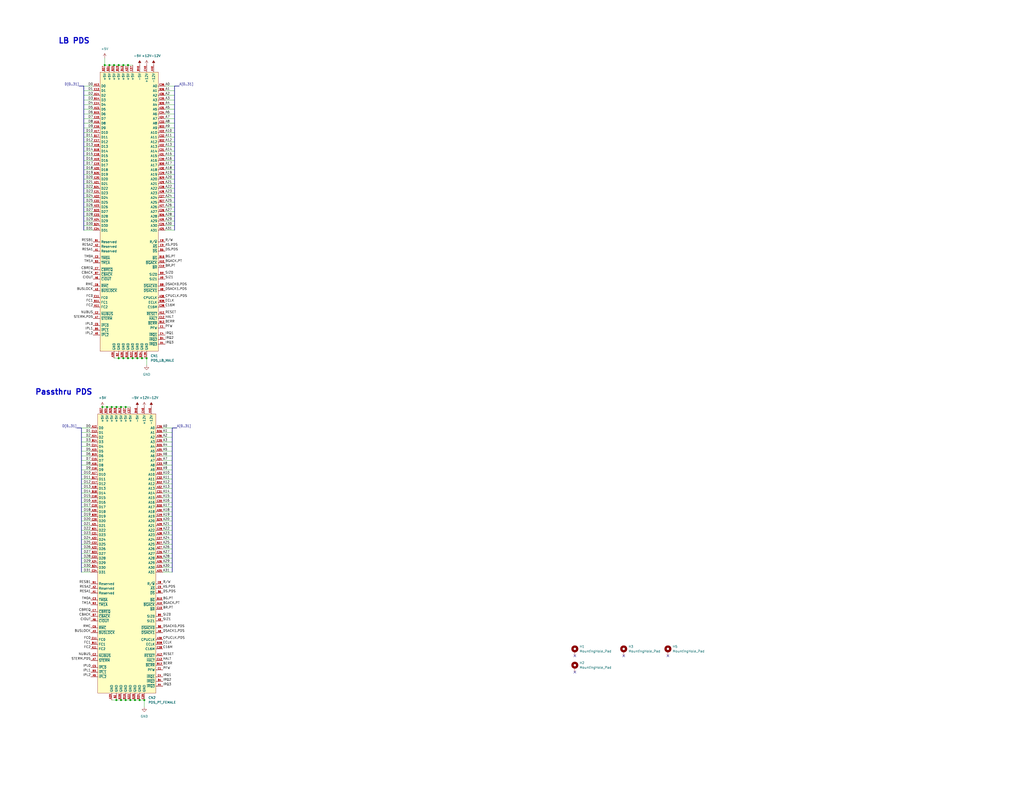
<source format=kicad_sch>
(kicad_sch (version 20231120) (generator "eeschema") (generator_version "8.0")
  (paper "C")
  (title_block (title " Booster 30-SE50F") (date "2024-01-04") (rev "v1") (company "Interware") (comment 1 "reversed by zigzagjoe/MD"))
  (lib_symbols
    (symbol "Interware Booster:SE30_PDS"
      (property "Reference" "J" (at 0 13.97 0))
      (property "Value" "Mac SE/30 PDS Interface" (at 0 11.43 0))
      (symbol "SE30_PDS_1_0"
        (pin unspecified line (at -20.32 -104.14 0) (length 3.81) (name "Reserved") (number "A1"))
        (pin input line (at 19.05 -110.49 180) (length 3.81) (name "~{BGACK}") (number "A10"))
        (pin output line (at -20.32 -134.62 0) (length 3.81) (name "FC2") (number "A11"))
        (pin output line (at 19.05 -138.43 180) (length 3.81) (name "~{RESET}") (number "A12"))
        (pin bidirectional line (at -20.32 -13.97 0) (length 3.81) (name "D0") (number "A13"))
        (pin bidirectional line (at -20.32 -19.05 0) (length 3.81) (name "D2") (number "A14"))
        (pin bidirectional line (at -20.32 -26.67 0) (length 3.81) (name "D5") (number "A15"))
        (pin bidirectional line (at -20.32 -34.29 0) (length 3.81) (name "D8") (number "A16"))
        (pin bidirectional line (at -20.32 -39.37 0) (length 3.81) (name "D10") (number "A17"))
        (pin bidirectional line (at -20.32 -46.99 0) (length 3.81) (name "D13") (number "A18"))
        (pin bidirectional line (at -20.32 -54.61 0) (length 3.81) (name "D16") (number "A19"))
        (pin unspecified line (at -20.32 -101.6 0) (length 3.81) (name "Reserved") (number "A2"))
        (pin bidirectional line (at -20.32 -59.69 0) (length 3.81) (name "D18") (number "A20"))
        (pin bidirectional line (at -20.32 -67.31 0) (length 3.81) (name "D21") (number "A21"))
        (pin bidirectional line (at -20.32 -74.93 0) (length 3.81) (name "D24") (number "A22"))
        (pin bidirectional line (at -20.32 -80.01 0) (length 3.81) (name "D26") (number "A23"))
        (pin bidirectional line (at -20.32 -87.63 0) (length 3.81) (name "D29") (number "A24"))
        (pin output line (at 19.05 -92.71 180) (length 3.81) (name "A31") (number "A25"))
        (pin output line (at 19.05 -87.63 180) (length 3.81) (name "A29") (number "A26"))
        (pin output line (at 19.05 -80.01 180) (length 3.81) (name "A26") (number "A27"))
        (pin output line (at 19.05 -72.39 180) (length 3.81) (name "A23") (number "A28"))
        (pin output line (at 19.05 -67.31 180) (length 3.81) (name "A21") (number "A29"))
        (pin output line (at -20.32 -125.73 0) (length 3.81) (name "~{BUSLOCK}") (number "A3"))
        (pin output line (at 19.05 -59.69 180) (length 3.81) (name "A18") (number "A30"))
        (pin output line (at 19.05 -52.07 180) (length 3.81) (name "A15") (number "A31"))
        (pin output line (at 19.05 -46.99 180) (length 3.81) (name "A13") (number "A32"))
        (pin output line (at 19.05 -39.37 180) (length 3.81) (name "A10") (number "A33"))
        (pin output line (at 19.05 -31.75 180) (length 3.81) (name "A7") (number "A34"))
        (pin output line (at 19.05 -26.67 180) (length 3.81) (name "A5") (number "A35"))
        (pin output line (at 19.05 -19.05 180) (length 3.81) (name "A2") (number "A36"))
        (pin power_out line (at -1.27 -2.54 270) (length 3.81) (name "+5V") (number "A37"))
        (pin output line (at 19.05 -129.54 180) (length 3.81) (name "CPUCLK") (number "A38"))
        (pin power_out line (at -8.89 -162.56 90) (length 3.81) (name "GND") (number "A39"))
        (pin input line (at 19.05 -154.94 180) (length 3.81) (name "~{IRQ3}") (number "A4"))
        (pin power_out line (at 12.7 -2.54 270) (length 3.81) (name "-12V") (number "A40"))
        (pin input line (at -20.32 -149.86 0) (length 3.81) (name "~{IPL2}") (number "A5"))
        (pin output line (at -20.32 -119.38 0) (length 3.81) (name "~{CIOUT}") (number "A6"))
        (pin input line (at -20.32 -140.97 0) (length 3.81) (name "~{STERM}") (number "A7"))
        (pin input line (at 19.05 -125.73 180) (length 3.81) (name "~{DSACK1}") (number "A8"))
        (pin output line (at 19.05 -119.38 180) (length 3.81) (name "SIZ1") (number "A9"))
        (pin unspecified line (at -20.32 -99.06 0) (length 3.81) (name "Reserved") (number "B1"))
        (pin output line (at 19.05 -107.95 180) (length 3.81) (name "~{BG}") (number "B10"))
        (pin output line (at -20.32 -132.08 0) (length 3.81) (name "FC1") (number "B11"))
        (pin input line (at 19.05 -143.51 180) (length 3.81) (name "~{BERR}") (number "B12"))
        (pin power_out line (at -3.81 -2.54 270) (length 3.81) (name "+5V") (number "B13"))
        (pin bidirectional line (at -20.32 -21.59 0) (length 3.81) (name "D3") (number "B14"))
        (pin bidirectional line (at -20.32 -29.21 0) (length 3.81) (name "D6") (number "B15"))
        (pin power_out line (at -1.27 -162.56 90) (length 3.81) (name "GND") (number "B16"))
        (pin bidirectional line (at -20.32 -41.91 0) (length 3.81) (name "D11") (number "B17"))
        (pin bidirectional line (at -20.32 -49.53 0) (length 3.81) (name "D14") (number "B18"))
        (pin power_out line (at -6.35 -2.54 270) (length 3.81) (name "+5V") (number "B19"))
        (pin power_out line (at -6.35 -162.56 90) (length 3.81) (name "GND") (number "B2"))
        (pin bidirectional line (at -20.32 -62.23 0) (length 3.81) (name "D19") (number "B20"))
        (pin bidirectional line (at -20.32 -69.85 0) (length 3.81) (name "D22") (number "B21"))
        (pin power_out line (at 1.27 -162.56 90) (length 3.81) (name "GND") (number "B22"))
        (pin bidirectional line (at -20.32 -82.55 0) (length 3.81) (name "D27") (number "B23"))
        (pin bidirectional line (at -20.32 -90.17 0) (length 3.81) (name "D30") (number "B24"))
        (pin power_out line (at -8.89 -2.54 270) (length 3.81) (name "+5V") (number "B25"))
        (pin output line (at 19.05 -85.09 180) (length 3.81) (name "A28") (number "B26"))
        (pin output line (at 19.05 -77.47 180) (length 3.81) (name "A25") (number "B27"))
        (pin power_out line (at 3.81 -162.56 90) (length 3.81) (name "GND") (number "B28"))
        (pin output line (at 19.05 -64.77 180) (length 3.81) (name "A20") (number "B29"))
        (pin input line (at -20.32 -110.49 0) (length 3.81) (name "~{TM1A}") (number "B3"))
        (pin output line (at 19.05 -57.15 180) (length 3.81) (name "A17") (number "B30"))
        (pin power_out line (at -11.43 -2.54 270) (length 3.81) (name "+5V") (number "B31"))
        (pin output line (at 19.05 -44.45 180) (length 3.81) (name "A12") (number "B32"))
        (pin output line (at 19.05 -36.83 180) (length 3.81) (name "A9") (number "B33"))
        (pin power_out line (at 6.35 -162.56 90) (length 3.81) (name "GND") (number "B34"))
        (pin output line (at 19.05 -24.13 180) (length 3.81) (name "A4") (number "B35"))
        (pin output line (at 19.05 -16.51 180) (length 3.81) (name "A1") (number "B36"))
        (pin power_out line (at -13.97 -2.54 270) (length 3.81) (name "+5V") (number "B37"))
        (pin output line (at 19.05 -132.08 180) (length 3.81) (name "ECLK") (number "B38"))
        (pin power_out line (at -3.81 -162.56 90) (length 3.81) (name "GND") (number "B39"))
        (pin input line (at 19.05 -152.4 180) (length 3.81) (name "~{IRQ2}") (number "B4"))
        (pin power_out line (at 5.08 -2.54 270) (length 3.81) (name "-5V") (number "B40"))
        (pin input line (at -20.32 -147.32 0) (length 3.81) (name "~{IPL1}") (number "B5"))
        (pin output line (at 19.05 -104.14 180) (length 3.81) (name "~{DS}") (number "B6"))
        (pin input line (at -20.32 -116.84 0) (length 3.81) (name "~{CBACK}") (number "B7"))
        (pin input line (at 19.05 -123.19 180) (length 3.81) (name "~{DSACK0}") (number "B8"))
        (pin output line (at 19.05 -116.84 180) (length 3.81) (name "SIZ0") (number "B9"))
        (pin output line (at 19.05 -146.05 180) (length 3.81) (name "PFW") (number "C1"))
        (pin input line (at 19.05 -113.03 180) (length 3.81) (name "~{BR}") (number "C10"))
        (pin output line (at -20.32 -129.54 0) (length 3.81) (name "FC0") (number "C11"))
        (pin output line (at 19.05 -140.97 180) (length 3.81) (name "~{HALT}") (number "C12"))
        (pin bidirectional line (at -20.32 -16.51 0) (length 3.81) (name "D1") (number "C13"))
        (pin bidirectional line (at -20.32 -24.13 0) (length 3.81) (name "D4") (number "C14"))
        (pin bidirectional line (at -20.32 -31.75 0) (length 3.81) (name "D7") (number "C15"))
        (pin bidirectional line (at -20.32 -36.83 0) (length 3.81) (name "D9") (number "C16"))
        (pin bidirectional line (at -20.32 -44.45 0) (length 3.81) (name "D12") (number "C17"))
        (pin bidirectional line (at -20.32 -52.07 0) (length 3.81) (name "D15") (number "C18"))
        (pin bidirectional line (at -20.32 -57.15 0) (length 3.81) (name "D17") (number "C19"))
        (pin output line (at -20.32 -138.43 0) (length 3.81) (name "~{NUBUS}") (number "C2"))
        (pin bidirectional line (at -20.32 -64.77 0) (length 3.81) (name "D20") (number "C20"))
        (pin bidirectional line (at -20.32 -72.39 0) (length 3.81) (name "D23") (number "C21"))
        (pin bidirectional line (at -20.32 -77.47 0) (length 3.81) (name "D25") (number "C22"))
        (pin bidirectional line (at -20.32 -85.09 0) (length 3.81) (name "D28") (number "C23"))
        (pin bidirectional line (at -20.32 -92.71 0) (length 3.81) (name "D31") (number "C24"))
        (pin output line (at 19.05 -90.17 180) (length 3.81) (name "A30") (number "C25"))
        (pin output line (at 19.05 -82.55 180) (length 3.81) (name "A27") (number "C26"))
        (pin output line (at 19.05 -74.93 180) (length 3.81) (name "A24") (number "C27"))
        (pin output line (at 19.05 -69.85 180) (length 3.81) (name "A22") (number "C28"))
        (pin output line (at 19.05 -62.23 180) (length 3.81) (name "A19") (number "C29"))
        (pin input line (at -20.32 -107.95 0) (length 3.81) (name "~{TM0A}") (number "C3"))
        (pin output line (at 19.05 -54.61 180) (length 3.81) (name "A16") (number "C30"))
        (pin output line (at 19.05 -49.53 180) (length 3.81) (name "A14") (number "C31"))
        (pin output line (at 19.05 -41.91 180) (length 3.81) (name "A11") (number "C32"))
        (pin output line (at 19.05 -34.29 180) (length 3.81) (name "A8") (number "C33"))
        (pin output line (at 19.05 -29.21 180) (length 3.81) (name "A6") (number "C34"))
        (pin output line (at 19.05 -21.59 180) (length 3.81) (name "A3") (number "C35"))
        (pin output line (at 19.05 -13.97 180) (length 3.81) (name "A0") (number "C36"))
        (pin power_out line (at 1.27 -2.54 270) (length 3.81) (name "+5V") (number "C37"))
        (pin output line (at 19.05 -134.62 180) (length 3.81) (name "C16M") (number "C38"))
        (pin power_out line (at 8.89 -162.56 90) (length 3.81) (name "GND") (number "C39"))
        (pin input line (at 19.05 -149.86 180) (length 3.81) (name "~{IRQ1}") (number "C4"))
        (pin power_out line (at 8.89 -2.54 270) (length 3.81) (name "+12V") (number "C40"))
        (pin input line (at -20.32 -144.78 0) (length 3.81) (name "~{IPL0}") (number "C5"))
        (pin output line (at -20.32 -123.19 0) (length 3.81) (name "~{RMC}") (number "C6"))
        (pin output line (at -20.32 -114.3 0) (length 3.81) (name "~{CBREQ}") (number "C7"))
        (pin output line (at 19.05 -99.06 180) (length 3.81) (name "R/~{W}") (number "C8"))
        (pin output line (at 19.05 -101.6 180) (length 3.81) (name "~{AS}") (number "C9"))
      )
      (symbol "SE30_PDS_1_1"
        (rectangle (start -16.51 -6.35) (end 15.24 -158.75) (fill (type background)))
      )
    )
    (symbol "Mechanical:MountingHole_Pad" (pin_numbers hide) (pin_names (offset 1.016) hide)
      (property "Reference" "H" (at 0 6.35 0))
      (property "Value" "MountingHole_Pad" (at 0 4.445 0))
      (symbol "MountingHole_Pad_0_1"
        (circle (center 0 1.27) (radius 1.27) (stroke (width 1.27)))
      )
      (symbol "MountingHole_Pad_1_1"
        (pin input line (at 0 -2.54 90) (length 2.54) (name "1") (number "1"))
      )
    )
    (symbol "SE30_PDS_1"
      (property "Reference" "J" (at 0 13.97 0))
      (property "Value" "Mac SE/30 PDS Interface" (at 0 11.43 0))
      (symbol "SE30_PDS_1_1_0"
        (pin unspecified line (at -20.32 -104.14 0) (length 3.81) (name "Reserved") (number "A1"))
        (pin input line (at 19.05 -110.49 180) (length 3.81) (name "~{BGACK}") (number "A10"))
        (pin output line (at -20.32 -134.62 0) (length 3.81) (name "FC2") (number "A11"))
        (pin output line (at 19.05 -138.43 180) (length 3.81) (name "~{RESET}") (number "A12"))
        (pin bidirectional line (at -20.32 -13.97 0) (length 3.81) (name "D0") (number "A13"))
        (pin bidirectional line (at -20.32 -19.05 0) (length 3.81) (name "D2") (number "A14"))
        (pin bidirectional line (at -20.32 -26.67 0) (length 3.81) (name "D5") (number "A15"))
        (pin bidirectional line (at -20.32 -34.29 0) (length 3.81) (name "D8") (number "A16"))
        (pin bidirectional line (at -20.32 -39.37 0) (length 3.81) (name "D10") (number "A17"))
        (pin bidirectional line (at -20.32 -46.99 0) (length 3.81) (name "D13") (number "A18"))
        (pin bidirectional line (at -20.32 -54.61 0) (length 3.81) (name "D16") (number "A19"))
        (pin unspecified line (at -20.32 -101.6 0) (length 3.81) (name "Reserved") (number "A2"))
        (pin bidirectional line (at -20.32 -59.69 0) (length 3.81) (name "D18") (number "A20"))
        (pin bidirectional line (at -20.32 -67.31 0) (length 3.81) (name "D21") (number "A21"))
        (pin bidirectional line (at -20.32 -74.93 0) (length 3.81) (name "D24") (number "A22"))
        (pin bidirectional line (at -20.32 -80.01 0) (length 3.81) (name "D26") (number "A23"))
        (pin bidirectional line (at -20.32 -87.63 0) (length 3.81) (name "D29") (number "A24"))
        (pin output line (at 19.05 -92.71 180) (length 3.81) (name "A31") (number "A25"))
        (pin output line (at 19.05 -87.63 180) (length 3.81) (name "A29") (number "A26"))
        (pin output line (at 19.05 -80.01 180) (length 3.81) (name "A26") (number "A27"))
        (pin output line (at 19.05 -72.39 180) (length 3.81) (name "A23") (number "A28"))
        (pin output line (at 19.05 -67.31 180) (length 3.81) (name "A21") (number "A29"))
        (pin output line (at -20.32 -125.73 0) (length 3.81) (name "~{BUSLOCK}") (number "A3"))
        (pin output line (at 19.05 -59.69 180) (length 3.81) (name "A18") (number "A30"))
        (pin output line (at 19.05 -52.07 180) (length 3.81) (name "A15") (number "A31"))
        (pin output line (at 19.05 -46.99 180) (length 3.81) (name "A13") (number "A32"))
        (pin output line (at 19.05 -39.37 180) (length 3.81) (name "A10") (number "A33"))
        (pin output line (at 19.05 -31.75 180) (length 3.81) (name "A7") (number "A34"))
        (pin output line (at 19.05 -26.67 180) (length 3.81) (name "A5") (number "A35"))
        (pin output line (at 19.05 -19.05 180) (length 3.81) (name "A2") (number "A36"))
        (pin power_out line (at -1.27 -2.54 270) (length 3.81) (name "+5V") (number "A37"))
        (pin output line (at 19.05 -129.54 180) (length 3.81) (name "CPUCLK") (number "A38"))
        (pin power_out line (at -8.89 -162.56 90) (length 3.81) (name "GND") (number "A39"))
        (pin input line (at 19.05 -154.94 180) (length 3.81) (name "~{IRQ3}") (number "A4"))
        (pin power_out line (at 12.7 -2.54 270) (length 3.81) (name "-12V") (number "A40"))
        (pin input line (at -20.32 -149.86 0) (length 3.81) (name "~{IPL2}") (number "A5"))
        (pin output line (at -20.32 -119.38 0) (length 3.81) (name "~{CIOUT}") (number "A6"))
        (pin input line (at -20.32 -140.97 0) (length 3.81) (name "~{STERM}") (number "A7"))
        (pin input line (at 19.05 -125.73 180) (length 3.81) (name "~{DSACK1}") (number "A8"))
        (pin output line (at 19.05 -119.38 180) (length 3.81) (name "SIZ1") (number "A9"))
        (pin unspecified line (at -20.32 -99.06 0) (length 3.81) (name "Reserved") (number "B1"))
        (pin output line (at 19.05 -107.95 180) (length 3.81) (name "~{BG}") (number "B10"))
        (pin output line (at -20.32 -132.08 0) (length 3.81) (name "FC1") (number "B11"))
        (pin input line (at 19.05 -143.51 180) (length 3.81) (name "~{BERR}") (number "B12"))
        (pin power_out line (at -3.81 -2.54 270) (length 3.81) (name "+5V") (number "B13"))
        (pin bidirectional line (at -20.32 -21.59 0) (length 3.81) (name "D3") (number "B14"))
        (pin bidirectional line (at -20.32 -29.21 0) (length 3.81) (name "D6") (number "B15"))
        (pin power_out line (at -1.27 -162.56 90) (length 3.81) (name "GND") (number "B16"))
        (pin bidirectional line (at -20.32 -41.91 0) (length 3.81) (name "D11") (number "B17"))
        (pin bidirectional line (at -20.32 -49.53 0) (length 3.81) (name "D14") (number "B18"))
        (pin power_out line (at -6.35 -2.54 270) (length 3.81) (name "+5V") (number "B19"))
        (pin power_out line (at -6.35 -162.56 90) (length 3.81) (name "GND") (number "B2"))
        (pin bidirectional line (at -20.32 -62.23 0) (length 3.81) (name "D19") (number "B20"))
        (pin bidirectional line (at -20.32 -69.85 0) (length 3.81) (name "D22") (number "B21"))
        (pin power_out line (at 1.27 -162.56 90) (length 3.81) (name "GND") (number "B22"))
        (pin bidirectional line (at -20.32 -82.55 0) (length 3.81) (name "D27") (number "B23"))
        (pin bidirectional line (at -20.32 -90.17 0) (length 3.81) (name "D30") (number "B24"))
        (pin power_out line (at -8.89 -2.54 270) (length 3.81) (name "+5V") (number "B25"))
        (pin output line (at 19.05 -85.09 180) (length 3.81) (name "A28") (number "B26"))
        (pin output line (at 19.05 -77.47 180) (length 3.81) (name "A25") (number "B27"))
        (pin power_out line (at 3.81 -162.56 90) (length 3.81) (name "GND") (number "B28"))
        (pin output line (at 19.05 -64.77 180) (length 3.81) (name "A20") (number "B29"))
        (pin input line (at -20.32 -110.49 0) (length 3.81) (name "~{TM1A}") (number "B3"))
        (pin output line (at 19.05 -57.15 180) (length 3.81) (name "A17") (number "B30"))
        (pin power_out line (at -11.43 -2.54 270) (length 3.81) (name "+5V") (number "B31"))
        (pin output line (at 19.05 -44.45 180) (length 3.81) (name "A12") (number "B32"))
        (pin output line (at 19.05 -36.83 180) (length 3.81) (name "A9") (number "B33"))
        (pin power_out line (at 6.35 -162.56 90) (length 3.81) (name "GND") (number "B34"))
        (pin output line (at 19.05 -24.13 180) (length 3.81) (name "A4") (number "B35"))
        (pin output line (at 19.05 -16.51 180) (length 3.81) (name "A1") (number "B36"))
        (pin power_out line (at -13.97 -2.54 270) (length 3.81) (name "+5V") (number "B37"))
        (pin output line (at 19.05 -132.08 180) (length 3.81) (name "ECLK") (number "B38"))
        (pin power_out line (at -3.81 -162.56 90) (length 3.81) (name "GND") (number "B39"))
        (pin input line (at 19.05 -152.4 180) (length 3.81) (name "~{IRQ2}") (number "B4"))
        (pin power_out line (at 5.08 -2.54 270) (length 3.81) (name "-5V") (number "B40"))
        (pin input line (at -20.32 -147.32 0) (length 3.81) (name "~{IPL1}") (number "B5"))
        (pin output line (at 19.05 -104.14 180) (length 3.81) (name "~{DS}") (number "B6"))
        (pin input line (at -20.32 -116.84 0) (length 3.81) (name "~{CBACK}") (number "B7"))
        (pin input line (at 19.05 -123.19 180) (length 3.81) (name "~{DSACK0}") (number "B8"))
        (pin output line (at 19.05 -116.84 180) (length 3.81) (name "SIZ0") (number "B9"))
        (pin output line (at 19.05 -146.05 180) (length 3.81) (name "PFW") (number "C1"))
        (pin input line (at 19.05 -113.03 180) (length 3.81) (name "~{BR}") (number "C10"))
        (pin output line (at -20.32 -129.54 0) (length 3.81) (name "FC0") (number "C11"))
        (pin output line (at 19.05 -140.97 180) (length 3.81) (name "~{HALT}") (number "C12"))
        (pin bidirectional line (at -20.32 -16.51 0) (length 3.81) (name "D1") (number "C13"))
        (pin bidirectional line (at -20.32 -24.13 0) (length 3.81) (name "D4") (number "C14"))
        (pin bidirectional line (at -20.32 -31.75 0) (length 3.81) (name "D7") (number "C15"))
        (pin bidirectional line (at -20.32 -36.83 0) (length 3.81) (name "D9") (number "C16"))
        (pin bidirectional line (at -20.32 -44.45 0) (length 3.81) (name "D12") (number "C17"))
        (pin bidirectional line (at -20.32 -52.07 0) (length 3.81) (name "D15") (number "C18"))
        (pin bidirectional line (at -20.32 -57.15 0) (length 3.81) (name "D17") (number "C19"))
        (pin output line (at -20.32 -138.43 0) (length 3.81) (name "~{NUBUS}") (number "C2"))
        (pin bidirectional line (at -20.32 -64.77 0) (length 3.81) (name "D20") (number "C20"))
        (pin bidirectional line (at -20.32 -72.39 0) (length 3.81) (name "D23") (number "C21"))
        (pin bidirectional line (at -20.32 -77.47 0) (length 3.81) (name "D25") (number "C22"))
        (pin bidirectional line (at -20.32 -85.09 0) (length 3.81) (name "D28") (number "C23"))
        (pin bidirectional line (at -20.32 -92.71 0) (length 3.81) (name "D31") (number "C24"))
        (pin output line (at 19.05 -90.17 180) (length 3.81) (name "A30") (number "C25"))
        (pin output line (at 19.05 -82.55 180) (length 3.81) (name "A27") (number "C26"))
        (pin output line (at 19.05 -74.93 180) (length 3.81) (name "A24") (number "C27"))
        (pin output line (at 19.05 -69.85 180) (length 3.81) (name "A22") (number "C28"))
        (pin output line (at 19.05 -62.23 180) (length 3.81) (name "A19") (number "C29"))
        (pin input line (at -20.32 -107.95 0) (length 3.81) (name "~{TM0A}") (number "C3"))
        (pin output line (at 19.05 -54.61 180) (length 3.81) (name "A16") (number "C30"))
        (pin output line (at 19.05 -49.53 180) (length 3.81) (name "A14") (number "C31"))
        (pin output line (at 19.05 -41.91 180) (length 3.81) (name "A11") (number "C32"))
        (pin output line (at 19.05 -34.29 180) (length 3.81) (name "A8") (number "C33"))
        (pin output line (at 19.05 -29.21 180) (length 3.81) (name "A6") (number "C34"))
        (pin output line (at 19.05 -21.59 180) (length 3.81) (name "A3") (number "C35"))
        (pin output line (at 19.05 -13.97 180) (length 3.81) (name "A0") (number "C36"))
        (pin power_out line (at 1.27 -2.54 270) (length 3.81) (name "+5V") (number "C37"))
        (pin output line (at 19.05 -134.62 180) (length 3.81) (name "C16M") (number "C38"))
        (pin power_out line (at 8.89 -162.56 90) (length 3.81) (name "GND") (number "C39"))
        (pin input line (at 19.05 -149.86 180) (length 3.81) (name "~{IRQ1}") (number "C4"))
        (pin power_out line (at 8.89 -2.54 270) (length 3.81) (name "+12V") (number "C40"))
        (pin input line (at -20.32 -144.78 0) (length 3.81) (name "~{IPL0}") (number "C5"))
        (pin output line (at -20.32 -123.19 0) (length 3.81) (name "~{RMC}") (number "C6"))
        (pin output line (at -20.32 -114.3 0) (length 3.81) (name "~{CBREQ}") (number "C7"))
        (pin output line (at 19.05 -99.06 180) (length 3.81) (name "R/~{W}") (number "C8"))
        (pin output line (at 19.05 -101.6 180) (length 3.81) (name "~{AS}") (number "C9"))
      )
      (symbol "SE30_PDS_1_1_1"
        (rectangle (start -16.51 -6.35) (end 15.24 -158.75) (fill (type background)))
      )
    )
    (symbol "power:+12V" (power) (pin_names (offset 0))
      (property "Value" "+12V" (at 0 3.556 0))
      (symbol "+12V_0_1"
        (polyline (pts (xy -0.762 1.27) (xy 0 2.54)))
        (polyline (pts (xy 0 0) (xy 0 2.54)))
        (polyline (pts (xy 0 2.54) (xy 0.762 1.27)))
      )
      (symbol "+12V_1_1"
        (pin power_in line (at 0 0 90) (length 0) hide (name "+12V") (number "1"))
      )
    )
    (symbol "power:+5V" (power) (pin_names (offset 0))
      (property "Value" "+5V" (at 0 3.556 0))
      (symbol "+5V_0_1"
        (polyline (pts (xy -0.762 1.27) (xy 0 2.54)))
        (polyline (pts (xy 0 0) (xy 0 2.54)))
        (polyline (pts (xy 0 2.54) (xy 0.762 1.27)))
      )
      (symbol "+5V_1_1"
        (pin power_in line (at 0 0 90) (length 0) hide (name "+5V") (number "1"))
      )
    )
    (symbol "power:-12V" (power) (pin_names (offset 0))
      (property "Value" "-12V" (at 0 3.81 0))
      (symbol "-12V_0_0"
        (pin power_in line (at 0 0 90) (length 0) hide (name "-12V") (number "1"))
      )
      (symbol "-12V_0_1"
        (polyline (pts (xy 0 0) (xy 0 1.27) (xy 0.762 1.27) (xy 0 2.54) (xy -0.762 1.27) (xy 0 1.27)) (fill (type outline)))
      )
    )
    (symbol "power:-5V" (power) (pin_names (offset 0))
      (property "Value" "-5V" (at 0 3.81 0))
      (symbol "-5V_0_0"
        (pin power_in line (at 0 0 90) (length 0) hide (name "-5V") (number "1"))
      )
      (symbol "-5V_0_1"
        (polyline (pts (xy 0 0) (xy 0 1.27) (xy 0.762 1.27) (xy 0 2.54) (xy -0.762 1.27) (xy 0 1.27)) (fill (type outline)))
      )
    )
    (symbol "power:GND" (power) (pin_names (offset 0))
      (property "Value" "GND" (at 0 -3.81 0))
      (symbol "GND_0_1"
        (polyline (pts (xy 0 0) (xy 0 -1.27) (xy 1.27 -1.27) (xy 0 -2.54) (xy -1.27 -1.27) (xy 0 -1.27)))
      )
      (symbol "GND_1_1"
        (pin power_in line (at 0 0 270) (length 0) hide (name "GND") (number "1"))
      )
    )
  )
  (junction (at 59.69 35.56))
  (junction (at 71.12 382.27))
  (junction (at 67.31 35.56))
  (junction (at 58.42 222.25))
  (junction (at 77.47 195.58))
  (junction (at 69.85 35.56))
  (junction (at 80.01 195.58))
  (junction (at 63.5 222.25))
  (junction (at 68.58 382.27))
  (junction (at 67.31 195.58))
  (junction (at 78.74 382.27))
  (junction (at 68.58 222.25))
  (junction (at 60.96 222.25))
  (junction (at 64.77 195.58))
  (junction (at 66.04 222.25))
  (junction (at 63.5 382.27))
  (junction (at 73.66 382.27))
  (junction (at 62.23 35.56))
  (junction (at 76.2 382.27))
  (junction (at 72.39 195.58))
  (junction (at 74.93 195.58))
  (junction (at 57.15 35.56))
  (junction (at 64.77 35.56))
  (junction (at 66.04 382.27))
  (junction (at 55.88 222.25))
  (junction (at 69.85 195.58))
  (no_connect (at 313.69 367.03))
  (no_connect (at 313.69 358.14))
  (no_connect (at 364.49 358.14))
  (no_connect (at 340.36 358.14))
  (wire (pts (xy 62.23 195.58) (xy 64.77 195.58)))
  (wire (pts (xy 93.98 287.02) (xy 88.9 287.02)))
  (wire (pts (xy 93.98 309.88) (xy 88.9 309.88)))
  (bus (pts (xy 45.72 125.73) (xy 45.72 46.99)))
  (wire (pts (xy 95.25 115.57) (xy 90.17 115.57)))
  (wire (pts (xy 49.53 261.62) (xy 44.45 261.62)))
  (wire (pts (xy 50.8 107.95) (xy 45.72 107.95)))
  (wire (pts (xy 50.8 87.63) (xy 45.72 87.63)))
  (wire (pts (xy 93.98 289.56) (xy 88.9 289.56)))
  (wire (pts (xy 76.2 382.27) (xy 78.74 382.27)))
  (wire (pts (xy 62.23 35.56) (xy 59.69 35.56)))
  (wire (pts (xy 50.8 105.41) (xy 45.72 105.41)))
  (wire (pts (xy 49.53 284.48) (xy 44.45 284.48)))
  (wire (pts (xy 50.8 49.53) (xy 45.72 49.53)))
  (wire (pts (xy 59.69 35.56) (xy 57.15 35.56)))
  (wire (pts (xy 50.8 62.23) (xy 45.72 62.23)))
  (wire (pts (xy 49.53 254) (xy 44.45 254)))
  (wire (pts (xy 49.53 297.18) (xy 44.45 297.18)))
  (wire (pts (xy 49.53 276.86) (xy 44.45 276.86)))
  (wire (pts (xy 95.25 77.47) (xy 90.17 77.47)))
  (wire (pts (xy 49.53 241.3) (xy 44.45 241.3)))
  (wire (pts (xy 69.85 195.58) (xy 72.39 195.58)))
  (wire (pts (xy 63.5 222.25) (xy 60.96 222.25)))
  (wire (pts (xy 93.98 264.16) (xy 88.9 264.16)))
  (wire (pts (xy 95.25 57.15) (xy 90.17 57.15)))
  (wire (pts (xy 95.25 95.25) (xy 90.17 95.25)))
  (wire (pts (xy 93.98 236.22) (xy 88.9 236.22)))
  (wire (pts (xy 95.25 120.65) (xy 90.17 120.65)))
  (wire (pts (xy 95.25 102.87) (xy 90.17 102.87)))
  (wire (pts (xy 49.53 271.78) (xy 44.45 271.78)))
  (wire (pts (xy 93.98 307.34) (xy 88.9 307.34)))
  (wire (pts (xy 93.98 233.68) (xy 88.9 233.68)))
  (wire (pts (xy 49.53 279.4) (xy 44.45 279.4)))
  (wire (pts (xy 93.98 276.86) (xy 88.9 276.86)))
  (wire (pts (xy 77.47 195.58) (xy 80.01 195.58)))
  (wire (pts (xy 93.98 254) (xy 88.9 254)))
  (wire (pts (xy 66.04 222.25) (xy 63.5 222.25)))
  (wire (pts (xy 93.98 238.76) (xy 88.9 238.76)))
  (wire (pts (xy 93.98 297.18) (xy 88.9 297.18)))
  (wire (pts (xy 67.31 195.58) (xy 69.85 195.58)))
  (wire (pts (xy 50.8 100.33) (xy 45.72 100.33)))
  (wire (pts (xy 49.53 251.46) (xy 44.45 251.46)))
  (wire (pts (xy 95.25 64.77) (xy 90.17 64.77)))
  (wire (pts (xy 50.8 69.85) (xy 45.72 69.85)))
  (wire (pts (xy 95.25 92.71) (xy 90.17 92.71)))
  (wire (pts (xy 93.98 248.92) (xy 88.9 248.92)))
  (wire (pts (xy 95.25 52.07) (xy 90.17 52.07)))
  (wire (pts (xy 49.53 259.08) (xy 44.45 259.08)))
  (wire (pts (xy 49.53 248.92) (xy 44.45 248.92)))
  (wire (pts (xy 49.53 289.56) (xy 44.45 289.56)))
  (bus (pts (xy 45.72 46.99) (xy 43.18 46.99)))
  (wire (pts (xy 93.98 269.24) (xy 88.9 269.24)))
  (wire (pts (xy 49.53 299.72) (xy 44.45 299.72)))
  (wire (pts (xy 50.8 113.03) (xy 45.72 113.03)))
  (wire (pts (xy 58.42 222.25) (xy 55.88 222.25)))
  (wire (pts (xy 95.25 59.69) (xy 90.17 59.69)))
  (wire (pts (xy 95.25 113.03) (xy 90.17 113.03)))
  (wire (pts (xy 49.53 256.54) (xy 44.45 256.54)))
  (wire (pts (xy 93.98 284.48) (xy 88.9 284.48)))
  (wire (pts (xy 95.25 118.11) (xy 90.17 118.11)))
  (wire (pts (xy 49.53 243.84) (xy 44.45 243.84)))
  (wire (pts (xy 95.25 110.49) (xy 90.17 110.49)))
  (wire (pts (xy 67.31 35.56) (xy 64.77 35.56)))
  (wire (pts (xy 93.98 241.3) (xy 88.9 241.3)))
  (wire (pts (xy 50.8 125.73) (xy 45.72 125.73)))
  (wire (pts (xy 68.58 382.27) (xy 71.12 382.27)))
  (wire (pts (xy 95.25 105.41) (xy 90.17 105.41)))
  (wire (pts (xy 95.25 90.17) (xy 90.17 90.17)))
  (wire (pts (xy 50.8 64.77) (xy 45.72 64.77)))
  (wire (pts (xy 71.12 222.25) (xy 68.58 222.25)))
  (wire (pts (xy 93.98 281.94) (xy 88.9 281.94)))
  (wire (pts (xy 50.8 102.87) (xy 45.72 102.87)))
  (wire (pts (xy 60.96 382.27) (xy 63.5 382.27)))
  (wire (pts (xy 93.98 271.78) (xy 88.9 271.78)))
  (wire (pts (xy 50.8 90.17) (xy 45.72 90.17)))
  (wire (pts (xy 73.66 382.27) (xy 76.2 382.27)))
  (wire (pts (xy 49.53 236.22) (xy 44.45 236.22)))
  (wire (pts (xy 69.85 35.56) (xy 67.31 35.56)))
  (wire (pts (xy 95.25 82.55) (xy 90.17 82.55)))
  (wire (pts (xy 93.98 256.54) (xy 88.9 256.54)))
  (wire (pts (xy 93.98 294.64) (xy 88.9 294.64)))
  (wire (pts (xy 49.53 304.8) (xy 44.45 304.8)))
  (wire (pts (xy 50.8 80.01) (xy 45.72 80.01)))
  (wire (pts (xy 49.53 309.88) (xy 44.45 309.88)))
  (wire (pts (xy 49.53 274.32) (xy 44.45 274.32)))
  (wire (pts (xy 49.53 307.34) (xy 44.45 307.34)))
  (wire (pts (xy 49.53 287.02) (xy 44.45 287.02)))
  (wire (pts (xy 50.8 59.69) (xy 45.72 59.69)))
  (wire (pts (xy 50.8 54.61) (xy 45.72 54.61)))
  (wire (pts (xy 93.98 292.1) (xy 88.9 292.1)))
  (wire (pts (xy 95.25 54.61) (xy 90.17 54.61)))
  (wire (pts (xy 95.25 80.01) (xy 90.17 80.01)))
  (bus (pts (xy 95.25 125.73) (xy 95.25 46.99)))
  (wire (pts (xy 71.12 382.27) (xy 73.66 382.27)))
  (wire (pts (xy 72.39 35.56) (xy 69.85 35.56)))
  (wire (pts (xy 63.5 382.27) (xy 66.04 382.27)))
  (wire (pts (xy 66.04 382.27) (xy 68.58 382.27)))
  (wire (pts (xy 95.25 62.23) (xy 90.17 62.23)))
  (wire (pts (xy 80.01 195.58) (xy 80.01 199.39)))
  (wire (pts (xy 57.15 31.75) (xy 57.15 35.56)))
  (wire (pts (xy 93.98 279.4) (xy 88.9 279.4)))
  (wire (pts (xy 64.77 195.58) (xy 67.31 195.58)))
  (wire (pts (xy 95.25 49.53) (xy 90.17 49.53)))
  (wire (pts (xy 49.53 292.1) (xy 44.45 292.1)))
  (wire (pts (xy 49.53 246.38) (xy 44.45 246.38)))
  (wire (pts (xy 95.25 97.79) (xy 90.17 97.79)))
  (wire (pts (xy 50.8 115.57) (xy 45.72 115.57)))
  (wire (pts (xy 50.8 97.79) (xy 45.72 97.79)))
  (wire (pts (xy 49.53 302.26) (xy 44.45 302.26)))
  (wire (pts (xy 49.53 266.7) (xy 44.45 266.7)))
  (wire (pts (xy 95.25 69.85) (xy 90.17 69.85)))
  (wire (pts (xy 95.25 74.93) (xy 90.17 74.93)))
  (wire (pts (xy 49.53 294.64) (xy 44.45 294.64)))
  (bus (pts (xy 93.98 312.42) (xy 93.98 233.68)))
  (bus (pts (xy 44.45 312.42) (xy 44.45 233.68)))
  (wire (pts (xy 72.39 195.58) (xy 74.93 195.58)))
  (bus (pts (xy 97.79 46.99) (xy 95.25 46.99)))
  (wire (pts (xy 95.25 85.09) (xy 90.17 85.09)))
  (wire (pts (xy 93.98 274.32) (xy 88.9 274.32)))
  (wire (pts (xy 93.98 261.62) (xy 88.9 261.62)))
  (wire (pts (xy 93.98 299.72) (xy 88.9 299.72)))
  (wire (pts (xy 50.8 72.39) (xy 45.72 72.39)))
  (wire (pts (xy 95.25 123.19) (xy 90.17 123.19)))
  (wire (pts (xy 49.53 269.24) (xy 44.45 269.24)))
  (bus (pts (xy 96.52 233.68) (xy 93.98 233.68)))
  (wire (pts (xy 50.8 95.25) (xy 45.72 95.25)))
  (wire (pts (xy 78.74 382.27) (xy 78.74 386.08)))
  (wire (pts (xy 50.8 120.65) (xy 45.72 120.65)))
  (bus (pts (xy 44.45 233.68) (xy 41.91 233.68)))
  (wire (pts (xy 93.98 266.7) (xy 88.9 266.7)))
  (wire (pts (xy 95.25 72.39) (xy 90.17 72.39)))
  (wire (pts (xy 95.25 46.99) (xy 90.17 46.99)))
  (wire (pts (xy 93.98 259.08) (xy 88.9 259.08)))
  (wire (pts (xy 95.25 107.95) (xy 90.17 107.95)))
  (wire (pts (xy 50.8 92.71) (xy 45.72 92.71)))
  (wire (pts (xy 93.98 251.46) (xy 88.9 251.46)))
  (wire (pts (xy 49.53 238.76) (xy 44.45 238.76)))
  (wire (pts (xy 95.25 67.31) (xy 90.17 67.31)))
  (wire (pts (xy 64.77 35.56) (xy 62.23 35.56)))
  (wire (pts (xy 93.98 302.26) (xy 88.9 302.26)))
  (wire (pts (xy 74.93 195.58) (xy 77.47 195.58)))
  (wire (pts (xy 50.8 57.15) (xy 45.72 57.15)))
  (wire (pts (xy 50.8 46.99) (xy 45.72 46.99)))
  (wire (pts (xy 93.98 304.8) (xy 88.9 304.8)))
  (wire (pts (xy 50.8 52.07) (xy 45.72 52.07)))
  (wire (pts (xy 50.8 85.09) (xy 45.72 85.09)))
  (wire (pts (xy 93.98 243.84) (xy 88.9 243.84)))
  (wire (pts (xy 49.53 312.42) (xy 44.45 312.42)))
  (wire (pts (xy 49.53 264.16) (xy 44.45 264.16)))
  (wire (pts (xy 50.8 118.11) (xy 45.72 118.11)))
  (wire (pts (xy 95.25 125.73) (xy 90.17 125.73)))
  (wire (pts (xy 50.8 74.93) (xy 45.72 74.93)))
  (wire (pts (xy 50.8 77.47) (xy 45.72 77.47)))
  (wire (pts (xy 49.53 233.68) (xy 44.45 233.68)))
  (wire (pts (xy 50.8 67.31) (xy 45.72 67.31)))
  (wire (pts (xy 50.8 123.19) (xy 45.72 123.19)))
  (wire (pts (xy 49.53 281.94) (xy 44.45 281.94)))
  (wire (pts (xy 68.58 222.25) (xy 66.04 222.25)))
  (wire (pts (xy 93.98 312.42) (xy 88.9 312.42)))
  (wire (pts (xy 50.8 110.49) (xy 45.72 110.49)))
  (wire (pts (xy 95.25 100.33) (xy 90.17 100.33)))
  (wire (pts (xy 60.96 222.25) (xy 58.42 222.25)))
  (wire (pts (xy 95.25 87.63) (xy 90.17 87.63)))
  (wire (pts (xy 93.98 246.38) (xy 88.9 246.38)))
  (wire (pts (xy 50.8 82.55) (xy 45.72 82.55)))
  (text "Passthru PDS" (at 19.05 215.9 0) (effects (font (size 3 3) (thickness 0.6) (bold yes)) (justify left bottom)))
  (text "LB PDS" (at 31.75 24.13 0) (effects (font (size 3 3) (thickness 0.6) (bold yes)) (justify left bottom)))
  (label "A26" (at 88.9 299.72 0))
  (label "A12" (at 88.9 264.16 0))
  (label "D7" (at 50.8 64.77 180))
  (label "A22" (at 88.9 289.56 0))
  (label "A16" (at 90.17 87.63 0))
  (label "A[0..31]" (at 97.79 46.99 0))
  (label "A19" (at 90.17 95.25 0))
  (label "D15" (at 49.53 271.78 180))
  (label "D29" (at 49.53 307.34 180))
  (label "IRQ3" (at 88.9 374.65 0))
  (label "BUSLOCK" (at 49.53 345.44 180))
  (label "D22" (at 49.53 289.56 180))
  (label "BERR" (at 88.9 363.22 0))
  (label "CBACK" (at 49.53 336.55 180))
  (label "A8" (at 88.9 254 0))
  (label "STERM.PDS" (at 50.8 173.99 180))
  (label "A[0..31]" (at 96.52 233.68 0))
  (label "A23" (at 88.9 292.1 0))
  (label "C16M" (at 90.17 167.64 0))
  (label "A29" (at 90.17 120.65 0))
  (label "FC2" (at 50.8 167.64 180))
  (label "D15" (at 50.8 85.09 180))
  (label "FC1" (at 49.53 351.79 180))
  (label "D4" (at 50.8 57.15 180))
  (label "BUSLOCK" (at 50.8 158.75 180))
  (label "RESET" (at 88.9 358.14 0))
  (label "BG.PT" (at 88.9 327.66 0))
  (label "A27" (at 90.17 115.57 0))
  (label "A1" (at 90.17 49.53 0))
  (label "D25" (at 50.8 110.49 180))
  (label "NUBUS" (at 49.53 358.14 180))
  (label "D23" (at 49.53 292.1 180))
  (label "A3" (at 90.17 54.61 0))
  (label "D21" (at 49.53 287.02 180))
  (label "HALT" (at 88.9 360.68 0))
  (label "D21" (at 50.8 100.33 180))
  (label "RESB1" (at 49.53 318.77 180))
  (label "SIZ0" (at 90.17 149.86 0))
  (label "A9" (at 88.9 256.54 0))
  (label "A13" (at 90.17 80.01 0))
  (label "FC1" (at 50.8 165.1 180))
  (label "D12" (at 50.8 77.47 180))
  (label "RMC" (at 49.53 342.9 180))
  (label "D10" (at 49.53 259.08 180))
  (label "A30" (at 88.9 309.88 0))
  (label "A31" (at 88.9 312.42 0))
  (label "IRQ1" (at 88.9 369.57 0))
  (label "D30" (at 49.53 309.88 180))
  (label "A0" (at 90.17 46.99 0))
  (label "A11" (at 88.9 261.62 0))
  (label "A6" (at 90.17 62.23 0))
  (label "IPL1" (at 50.8 180.34 180))
  (label "D20" (at 49.53 284.48 180))
  (label "A14" (at 90.17 82.55 0))
  (label "SIZ1" (at 90.17 152.4 0))
  (label "D14" (at 49.53 269.24 180))
  (label "A3" (at 88.9 241.3 0))
  (label "A6" (at 88.9 248.92 0))
  (label "IPL0" (at 50.8 177.8 180))
  (label "D9" (at 49.53 256.54 180))
  (label "D27" (at 50.8 115.57 180))
  (label "BR.PT" (at 90.17 146.05 0))
  (label "RESA2" (at 50.8 134.62 180))
  (label "DS.PDS" (at 90.17 137.16 0))
  (label "A13" (at 88.9 266.7 0))
  (label "A4" (at 90.17 57.15 0))
  (label "RESB1" (at 50.8 132.08 180))
  (label "D3" (at 49.53 241.3 180))
  (label "D13" (at 49.53 266.7 180))
  (label "AS.PDS" (at 90.17 134.62 0))
  (label "D6" (at 50.8 62.23 180))
  (label "A5" (at 90.17 59.69 0))
  (label "D24" (at 49.53 294.64 180))
  (label "IRQ2" (at 88.9 372.11 0))
  (label "A17" (at 90.17 90.17 0))
  (label "IPL2" (at 49.53 369.57 180))
  (label "IPL0" (at 49.53 364.49 180))
  (label "DS.PDS" (at 88.9 323.85 0))
  (label "DSACK0.PDS" (at 90.17 156.21 0))
  (label "TM0A" (at 49.53 327.66 180))
  (label "RESA1" (at 49.53 323.85 180))
  (label "RESA2" (at 49.53 321.31 180))
  (label "ECLK" (at 90.17 165.1 0))
  (label "IRQ2" (at 90.17 185.42 0))
  (label "DSACK0.PDS" (at 88.9 342.9 0))
  (label "IRQ1" (at 90.17 182.88 0))
  (label "A5" (at 88.9 246.38 0))
  (label "CBREQ" (at 50.8 147.32 180))
  (label "D18" (at 49.53 279.4 180))
  (label "A20" (at 88.9 284.48 0))
  (label "TM1A" (at 50.8 143.51 180))
  (label "A0" (at 88.9 233.68 0))
  (label "PFW" (at 90.17 179.07 0))
  (label "A2" (at 88.9 238.76 0))
  (label "IRQ3" (at 90.17 187.96 0))
  (label "D2" (at 49.53 238.76 180))
  (label "IPL1" (at 49.53 367.03 180))
  (label "D6" (at 49.53 248.92 180))
  (label "D7" (at 49.53 251.46 180))
  (label "A15" (at 88.9 271.78 0))
  (label "A2" (at 90.17 52.07 0))
  (label "CBACK" (at 50.8 149.86 180))
  (label "C16M" (at 88.9 354.33 0))
  (label "D12" (at 49.53 264.16 180))
  (label "BGACK.PT" (at 88.9 330.2 0))
  (label "A31" (at 90.17 125.73 0))
  (label "D14" (at 50.8 82.55 180))
  (label "FC0" (at 49.53 349.25 180))
  (label "D1" (at 50.8 49.53 180))
  (label "D9" (at 50.8 69.85 180))
  (label "D30" (at 50.8 123.19 180))
  (label "D25" (at 49.53 297.18 180))
  (label "DSACK1.PDS" (at 90.17 158.75 0))
  (label "AS.PDS" (at 88.9 321.31 0))
  (label "D11" (at 50.8 74.93 180))
  (label "D[0..31]" (at 43.18 46.99 180))
  (label "A7" (at 88.9 251.46 0))
  (label "A25" (at 90.17 110.49 0))
  (label "FC2" (at 49.53 354.33 180))
  (label "D4" (at 49.53 243.84 180))
  (label "D3" (at 50.8 54.61 180))
  (label "D31" (at 50.8 125.73 180))
  (label "DSACK1.PDS" (at 88.9 345.44 0))
  (label "PFW" (at 88.9 365.76 0))
  (label "A19" (at 88.9 281.94 0))
  (label "D16" (at 49.53 274.32 180))
  (label "BGACK.PT" (at 90.17 143.51 0))
  (label "A4" (at 88.9 243.84 0))
  (label "D31" (at 49.53 312.42 180))
  (label "D2" (at 50.8 52.07 180))
  (label "D0" (at 50.8 46.99 180))
  (label "D17" (at 49.53 276.86 180))
  (label "A28" (at 88.9 304.8 0))
  (label "D28" (at 50.8 118.11 180))
  (label "D16" (at 50.8 87.63 180))
  (label "D28" (at 49.53 304.8 180))
  (label "CPUCLK.PDS" (at 90.17 162.56 0))
  (label "D19" (at 49.53 281.94 180))
  (label "D19" (at 50.8 95.25 180))
  (label "A24" (at 90.17 107.95 0))
  (label "A29" (at 88.9 307.34 0))
  (label "D[0..31]" (at 41.91 233.68 180))
  (label "A12" (at 90.17 77.47 0))
  (label "A11" (at 90.17 74.93 0))
  (label "D26" (at 50.8 113.03 180))
  (label "D23" (at 50.8 105.41 180))
  (label "BG.PT" (at 90.17 140.97 0))
  (label "A20" (at 90.17 97.79 0))
  (label "RMC" (at 50.8 156.21 180))
  (label "A23" (at 90.17 105.41 0))
  (label "BERR" (at 90.17 176.53 0))
  (label "A18" (at 90.17 92.71 0))
  (label "CIOUT" (at 49.53 339.09 180))
  (label "D10" (at 50.8 72.39 180))
  (label "FC0" (at 50.8 162.56 180))
  (label "CIOUT" (at 50.8 152.4 180))
  (label "D20" (at 50.8 97.79 180))
  (label "D5" (at 49.53 246.38 180))
  (label "A21" (at 90.17 100.33 0))
  (label "A16" (at 88.9 274.32 0))
  (label "D0" (at 49.53 233.68 180))
  (label "A30" (at 90.17 123.19 0))
  (label "D22" (at 50.8 102.87 180))
  (label "D26" (at 49.53 299.72 180))
  (label "A22" (at 90.17 102.87 0))
  (label "A8" (at 90.17 67.31 0))
  (label "A26" (at 90.17 113.03 0))
  (label "NUBUS" (at 50.8 171.45 180))
  (label "A14" (at 88.9 269.24 0))
  (label "R{slash}W" (at 88.9 318.77 0))
  (label "CPUCLK.PDS" (at 88.9 349.25 0))
  (label "TM0A" (at 50.8 140.97 180))
  (label "D17" (at 50.8 90.17 180))
  (label "A21" (at 88.9 287.02 0))
  (label "D8" (at 50.8 67.31 180))
  (label "IPL2" (at 50.8 182.88 180))
  (label "D11" (at 49.53 261.62 180))
  (label "A25" (at 88.9 297.18 0))
  (label "RESET" (at 90.17 171.45 0))
  (label "D1" (at 49.53 236.22 180))
  (label "D8" (at 49.53 254 180))
  (label "A18" (at 88.9 279.4 0))
  (label "D27" (at 49.53 302.26 180))
  (label "A9" (at 90.17 69.85 0))
  (label "STERM.PDS" (at 49.53 360.68 180))
  (label "A27" (at 88.9 302.26 0))
  (label "CBREQ" (at 49.53 334.01 180))
  (label "A15" (at 90.17 85.09 0))
  (label "BR.PT" (at 88.9 332.74 0))
  (label "ECLK" (at 88.9 351.79 0))
  (label "HALT" (at 90.17 173.99 0))
  (label "D29" (at 50.8 120.65 180))
  (label "A10" (at 90.17 72.39 0))
  (label "SIZ0" (at 88.9 336.55 0))
  (label "TM1A" (at 49.53 330.2 180))
  (label "D13" (at 50.8 80.01 180))
  (label "A10" (at 88.9 259.08 0))
  (label "D24" (at 50.8 107.95 180))
  (label "A24" (at 88.9 294.64 0))
  (label "A28" (at 90.17 118.11 0))
  (label "R{slash}W" (at 90.17 132.08 0))
  (label "A7" (at 90.17 64.77 0))
  (label "A17" (at 88.9 276.86 0))
  (label "A1" (at 88.9 236.22 0))
  (label "D5" (at 50.8 59.69 180))
  (label "SIZ1" (at 88.9 339.09 0))
  (label "RESA1" (at 50.8 137.16 180))
  (label "D18" (at 50.8 92.71 180))
  (symbol (lib_id "power:GND") (at 78.74 386.08 0) (unit 1)
    (property "Reference" "#PWR026" (effects (hide yes)))
    (property "Value" "GND" (at 78.74 391.16 0))
  )
  (symbol (lib_name "SE30_PDS_1") (lib_id "Interware Booster:SE30_PDS") (at 71.12 33.02 0) (unit 1)
    (property "Reference" "CN1" (at 82.2041 194.31 0) (effects (justify left)))
    (property "Value" "PDS_LB_MALE" (at 82.2041 196.85 0) (effects (justify left)))
    (property "Footprint" "Interware Booster:IW_650949-5 RA MALE" (effects (hide yes)))
    (property "Datasheet" "https://www.te.com/commerce/DocumentDelivery/DDEController?Action=srchrtrv&DocNm=650906&DocType=Customer+Drawing&DocLang=English" (effects (hide yes)))
    (property "Digikey" "A1277-ND" (effects (hide yes)))
    (property "P/N" "650906-5" (effects (hide yes)))
  )
  (symbol (lib_id "power:-5V") (at 76.2 35.56 0) (unit 1)
    (property "Reference" "#PWR030" (effects (hide yes)))
    (property "Value" "-5V" (at 74.93 30.48 0))
  )
  (symbol (lib_id "Mechanical:MountingHole_Pad") (at 340.36 355.6 0) (unit 1) (in_bom no)
    (property "Reference" "H3" (at 342.9 353.06 0) (effects (justify left)))
    (property "Value" "MountingHole_Pad" (at 342.9 355.6 0) (effects (justify left)))
    (property "Footprint" "MountingHole:MountingHole_2.7mm_M2.5_DIN965_Pad" (effects (hide yes)))
    (property "P/N" "N/A" (effects (hide yes)))
    (property "Digikey" "N/A" (effects (hide yes)))
  )
  (symbol (lib_id "power:+12V") (at 80.01 35.56 0) (unit 1)
    (property "Reference" "#PWR031" (effects (hide yes)))
    (property "Value" "+12V" (at 80.01 30.48 0))
  )
  (symbol (lib_id "power:-12V") (at 83.82 35.56 0) (unit 1)
    (property "Reference" "#PWR032" (effects (hide yes)))
    (property "Value" "-12V" (at 85.09 30.48 0))
  )
  (symbol (lib_id "power:GND") (at 80.01 199.39 0) (unit 1)
    (property "Reference" "#PWR027" (effects (hide yes)))
    (property "Value" "GND" (at 80.01 204.47 0))
  )
  (symbol (lib_id "power:-5V") (at 74.93 222.25 0) (unit 1)
    (property "Reference" "#PWR033" (effects (hide yes)))
    (property "Value" "-5V" (at 73.66 217.17 0))
  )
  (symbol (lib_id "power:+5V") (at 57.15 31.75 0) (unit 1)
    (property "Reference" "#PWR029" (effects (hide yes)))
    (property "Value" "+5V" (at 57.15 26.67 0))
  )
  (symbol (lib_id "Mechanical:MountingHole_Pad") (at 364.49 355.6 0) (unit 1) (in_bom no)
    (property "Reference" "H5" (at 367.03 353.06 0) (effects (justify left)))
    (property "Value" "MountingHole_Pad" (at 367.03 355.6 0) (effects (justify left)))
    (property "Footprint" "MountingHole:MountingHole_2.7mm_M2.5_DIN965_Pad" (effects (hide yes)))
    (property "P/N" "N/A" (effects (hide yes)))
    (property "Digikey" "N/A" (effects (hide yes)))
  )
  (symbol (lib_id "power:+12V") (at 78.74 222.25 0) (unit 1)
    (property "Reference" "#PWR034" (effects (hide yes)))
    (property "Value" "+12V" (at 78.74 217.17 0))
  )
  (symbol (lib_id "power:+5V") (at 55.88 222.25 0) (unit 1)
    (property "Reference" "#PWR028" (effects (hide yes)))
    (property "Value" "+5V" (at 55.88 217.17 0))
  )
  (symbol (lib_id "Interware Booster:SE30_PDS") (at 69.85 219.71 0) (unit 1)
    (property "Reference" "CN2" (at 80.9341 381 0) (effects (justify left)))
    (property "Value" "PDS_PT_FEMALE" (at 80.9341 383.54 0) (effects (justify left)))
    (property "Footprint" "Interware Booster:IW_650874-4 RA FEMALE" (effects (hide yes)))
    (property "Datasheet" "https://www.te.com/commerce/DocumentDelivery/DDEController?Action=srchrtrv&DocNm=650906&DocType=Customer+Drawing&DocLang=English" (effects (hide yes)))
    (property "Digikey" "A32307-ND" (effects (hide yes)))
    (property "P/N" "5650874-5" (effects (hide yes)))
  )
  (symbol (lib_id "Mechanical:MountingHole_Pad") (at 313.69 355.6 0) (unit 1) (in_bom no)
    (property "Reference" "H1" (at 316.23 353.06 0) (effects (justify left)))
    (property "Value" "MountingHole_Pad" (at 316.23 355.6 0) (effects (justify left)))
    (property "Footprint" "MountingHole:MountingHole_2.7mm_M2.5_DIN965_Pad" (effects (hide yes)))
    (property "P/N" "N/A" (effects (hide yes)))
    (property "Digikey" "N/A" (effects (hide yes)))
  )
  (symbol (lib_id "power:-12V") (at 82.55 222.25 0) (unit 1)
    (property "Reference" "#PWR035" (effects (hide yes)))
    (property "Value" "-12V" (at 83.82 217.17 0))
  )
  (symbol (lib_id "Mechanical:MountingHole_Pad") (at 313.69 364.49 0) (unit 1) (in_bom no)
    (property "Reference" "H2" (at 316.23 361.95 0) (effects (justify left)))
    (property "Value" "MountingHole_Pad" (at 316.23 364.49 0) (effects (justify left)))
    (property "Footprint" "MountingHole:MountingHole_2.7mm_M2.5_DIN965_Pad" (effects (hide yes)))
    (property "P/N" "N/A" (effects (hide yes)))
    (property "Digikey" "N/A" (effects (hide yes)))
  )
)
</source>
